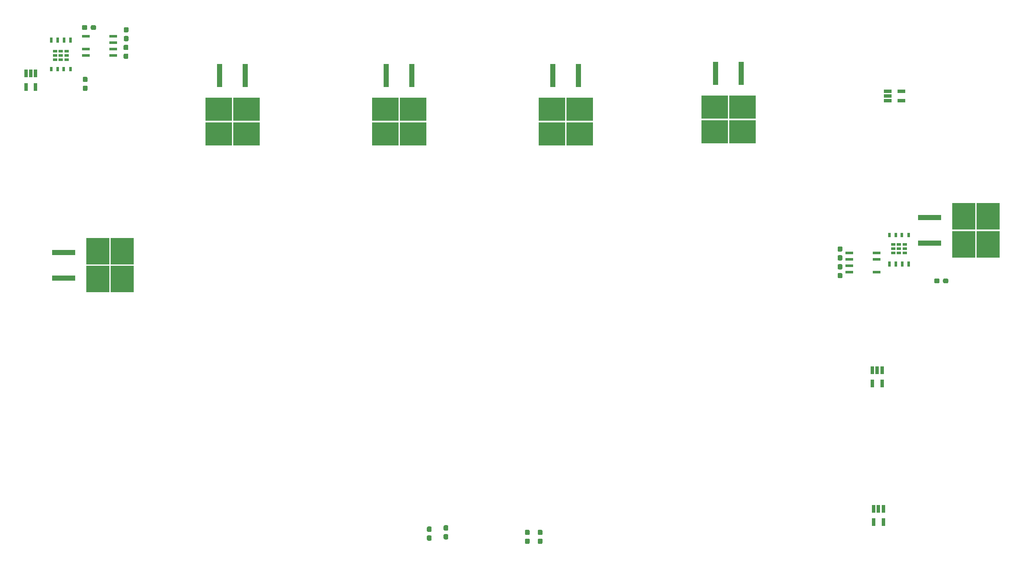
<source format=gbr>
%TF.GenerationSoftware,KiCad,Pcbnew,(5.1.8)-1*%
%TF.CreationDate,2020-11-29T21:51:29-06:00*%
%TF.ProjectId,PackVoltage_2021_Rev1,5061636b-566f-46c7-9461-67655f323032,rev?*%
%TF.SameCoordinates,Original*%
%TF.FileFunction,Paste,Bot*%
%TF.FilePolarity,Positive*%
%FSLAX46Y46*%
G04 Gerber Fmt 4.6, Leading zero omitted, Abs format (unit mm)*
G04 Created by KiCad (PCBNEW (5.1.8)-1) date 2020-11-29 21:51:29*
%MOMM*%
%LPD*%
G01*
G04 APERTURE LIST*
%ADD10R,0.650000X1.560000*%
%ADD11R,4.550000X5.250000*%
%ADD12R,4.600000X1.100000*%
%ADD13R,0.900000X0.600000*%
%ADD14R,0.600000X0.900000*%
%ADD15R,0.600000X1.050000*%
%ADD16R,5.250000X4.550000*%
%ADD17R,1.100000X4.600000*%
%ADD18R,1.550000X0.600000*%
%ADD19R,1.560000X0.650000*%
G04 APERTURE END LIST*
%TO.C,C20*%
G36*
G01*
X147082500Y-136748000D02*
X147557500Y-136748000D01*
G75*
G02*
X147795000Y-136985500I0J-237500D01*
G01*
X147795000Y-137560500D01*
G75*
G02*
X147557500Y-137798000I-237500J0D01*
G01*
X147082500Y-137798000D01*
G75*
G02*
X146845000Y-137560500I0J237500D01*
G01*
X146845000Y-136985500D01*
G75*
G02*
X147082500Y-136748000I237500J0D01*
G01*
G37*
G36*
G01*
X147082500Y-134998000D02*
X147557500Y-134998000D01*
G75*
G02*
X147795000Y-135235500I0J-237500D01*
G01*
X147795000Y-135810500D01*
G75*
G02*
X147557500Y-136048000I-237500J0D01*
G01*
X147082500Y-136048000D01*
G75*
G02*
X146845000Y-135810500I0J237500D01*
G01*
X146845000Y-135235500D01*
G75*
G02*
X147082500Y-134998000I237500J0D01*
G01*
G37*
%TD*%
%TO.C,C19*%
G36*
G01*
X127651500Y-136113000D02*
X128126500Y-136113000D01*
G75*
G02*
X128364000Y-136350500I0J-237500D01*
G01*
X128364000Y-136925500D01*
G75*
G02*
X128126500Y-137163000I-237500J0D01*
G01*
X127651500Y-137163000D01*
G75*
G02*
X127414000Y-136925500I0J237500D01*
G01*
X127414000Y-136350500D01*
G75*
G02*
X127651500Y-136113000I237500J0D01*
G01*
G37*
G36*
G01*
X127651500Y-134363000D02*
X128126500Y-134363000D01*
G75*
G02*
X128364000Y-134600500I0J-237500D01*
G01*
X128364000Y-135175500D01*
G75*
G02*
X128126500Y-135413000I-237500J0D01*
G01*
X127651500Y-135413000D01*
G75*
G02*
X127414000Y-135175500I0J237500D01*
G01*
X127414000Y-134600500D01*
G75*
G02*
X127651500Y-134363000I237500J0D01*
G01*
G37*
%TD*%
D10*
%TO.C,U23*%
X215712000Y-103298000D03*
X216662000Y-103298000D03*
X217612000Y-103298000D03*
X217612000Y-105998000D03*
X215712000Y-105998000D03*
%TD*%
%TO.C,U19*%
X47970400Y-47120800D03*
X49870400Y-47120800D03*
X49870400Y-44420800D03*
X48920400Y-44420800D03*
X47970400Y-44420800D03*
%TD*%
%TO.C,U18*%
X215966000Y-130810000D03*
X216916000Y-130810000D03*
X217866000Y-130810000D03*
X217866000Y-133510000D03*
X215966000Y-133510000D03*
%TD*%
D11*
%TO.C,R22*%
X62179200Y-79705200D03*
X67029200Y-85255200D03*
X62179200Y-85255200D03*
X67029200Y-79705200D03*
D12*
X55454200Y-79940200D03*
X55454200Y-85020200D03*
%TD*%
D13*
%TO.C,Q8*%
X54864000Y-40847200D03*
D14*
X55464000Y-43547200D03*
D15*
X56774000Y-37827200D03*
X55504000Y-37827200D03*
X52954000Y-37827200D03*
X54224000Y-37827200D03*
D14*
X54264000Y-43547200D03*
X56744000Y-43547200D03*
X52984000Y-43547200D03*
D13*
X54864000Y-39997200D03*
X54864000Y-41697200D03*
X56014000Y-41697200D03*
X56014000Y-39997200D03*
X56014000Y-40847200D03*
X53714000Y-41697200D03*
X53714000Y-39997200D03*
X53714000Y-40847200D03*
%TD*%
D16*
%TO.C,R12*%
X189973000Y-51115000D03*
X184423000Y-55965000D03*
X184423000Y-51115000D03*
X189973000Y-55965000D03*
D17*
X189738000Y-44390000D03*
X184658000Y-44390000D03*
%TD*%
%TO.C,C23*%
G36*
G01*
X68055500Y-36276800D02*
X67580500Y-36276800D01*
G75*
G02*
X67343000Y-36039300I0J237500D01*
G01*
X67343000Y-35464300D01*
G75*
G02*
X67580500Y-35226800I237500J0D01*
G01*
X68055500Y-35226800D01*
G75*
G02*
X68293000Y-35464300I0J-237500D01*
G01*
X68293000Y-36039300D01*
G75*
G02*
X68055500Y-36276800I-237500J0D01*
G01*
G37*
G36*
G01*
X68055500Y-38026800D02*
X67580500Y-38026800D01*
G75*
G02*
X67343000Y-37789300I0J237500D01*
G01*
X67343000Y-37214300D01*
G75*
G02*
X67580500Y-36976800I237500J0D01*
G01*
X68055500Y-36976800D01*
G75*
G02*
X68293000Y-37214300I0J-237500D01*
G01*
X68293000Y-37789300D01*
G75*
G02*
X68055500Y-38026800I-237500J0D01*
G01*
G37*
%TD*%
%TO.C,C26*%
G36*
G01*
X60802000Y-35543500D02*
X60802000Y-35068500D01*
G75*
G02*
X61039500Y-34831000I237500J0D01*
G01*
X61614500Y-34831000D01*
G75*
G02*
X61852000Y-35068500I0J-237500D01*
G01*
X61852000Y-35543500D01*
G75*
G02*
X61614500Y-35781000I-237500J0D01*
G01*
X61039500Y-35781000D01*
G75*
G02*
X60802000Y-35543500I0J237500D01*
G01*
G37*
G36*
G01*
X59052000Y-35543500D02*
X59052000Y-35068500D01*
G75*
G02*
X59289500Y-34831000I237500J0D01*
G01*
X59864500Y-34831000D01*
G75*
G02*
X60102000Y-35068500I0J-237500D01*
G01*
X60102000Y-35543500D01*
G75*
G02*
X59864500Y-35781000I-237500J0D01*
G01*
X59289500Y-35781000D01*
G75*
G02*
X59052000Y-35543500I0J237500D01*
G01*
G37*
%TD*%
%TO.C,R17*%
G36*
G01*
X150097500Y-136048000D02*
X149622500Y-136048000D01*
G75*
G02*
X149385000Y-135810500I0J237500D01*
G01*
X149385000Y-135235500D01*
G75*
G02*
X149622500Y-134998000I237500J0D01*
G01*
X150097500Y-134998000D01*
G75*
G02*
X150335000Y-135235500I0J-237500D01*
G01*
X150335000Y-135810500D01*
G75*
G02*
X150097500Y-136048000I-237500J0D01*
G01*
G37*
G36*
G01*
X150097500Y-137798000D02*
X149622500Y-137798000D01*
G75*
G02*
X149385000Y-137560500I0J237500D01*
G01*
X149385000Y-136985500D01*
G75*
G02*
X149622500Y-136748000I237500J0D01*
G01*
X150097500Y-136748000D01*
G75*
G02*
X150335000Y-136985500I0J-237500D01*
G01*
X150335000Y-137560500D01*
G75*
G02*
X150097500Y-137798000I-237500J0D01*
G01*
G37*
%TD*%
%TO.C,R18*%
G36*
G01*
X131428500Y-135159000D02*
X130953500Y-135159000D01*
G75*
G02*
X130716000Y-134921500I0J237500D01*
G01*
X130716000Y-134346500D01*
G75*
G02*
X130953500Y-134109000I237500J0D01*
G01*
X131428500Y-134109000D01*
G75*
G02*
X131666000Y-134346500I0J-237500D01*
G01*
X131666000Y-134921500D01*
G75*
G02*
X131428500Y-135159000I-237500J0D01*
G01*
G37*
G36*
G01*
X131428500Y-136909000D02*
X130953500Y-136909000D01*
G75*
G02*
X130716000Y-136671500I0J237500D01*
G01*
X130716000Y-136096500D01*
G75*
G02*
X130953500Y-135859000I237500J0D01*
G01*
X131428500Y-135859000D01*
G75*
G02*
X131666000Y-136096500I0J-237500D01*
G01*
X131666000Y-136671500D01*
G75*
G02*
X131428500Y-136909000I-237500J0D01*
G01*
G37*
%TD*%
%TO.C,R21*%
G36*
G01*
X67529700Y-40482000D02*
X68004700Y-40482000D01*
G75*
G02*
X68242200Y-40719500I0J-237500D01*
G01*
X68242200Y-41294500D01*
G75*
G02*
X68004700Y-41532000I-237500J0D01*
G01*
X67529700Y-41532000D01*
G75*
G02*
X67292200Y-41294500I0J237500D01*
G01*
X67292200Y-40719500D01*
G75*
G02*
X67529700Y-40482000I237500J0D01*
G01*
G37*
G36*
G01*
X67529700Y-38732000D02*
X68004700Y-38732000D01*
G75*
G02*
X68242200Y-38969500I0J-237500D01*
G01*
X68242200Y-39544500D01*
G75*
G02*
X68004700Y-39782000I-237500J0D01*
G01*
X67529700Y-39782000D01*
G75*
G02*
X67292200Y-39544500I0J237500D01*
G01*
X67292200Y-38969500D01*
G75*
G02*
X67529700Y-38732000I237500J0D01*
G01*
G37*
%TD*%
%TO.C,R27*%
G36*
G01*
X59452500Y-46832000D02*
X59927500Y-46832000D01*
G75*
G02*
X60165000Y-47069500I0J-237500D01*
G01*
X60165000Y-47644500D01*
G75*
G02*
X59927500Y-47882000I-237500J0D01*
G01*
X59452500Y-47882000D01*
G75*
G02*
X59215000Y-47644500I0J237500D01*
G01*
X59215000Y-47069500D01*
G75*
G02*
X59452500Y-46832000I237500J0D01*
G01*
G37*
G36*
G01*
X59452500Y-45082000D02*
X59927500Y-45082000D01*
G75*
G02*
X60165000Y-45319500I0J-237500D01*
G01*
X60165000Y-45894500D01*
G75*
G02*
X59927500Y-46132000I-237500J0D01*
G01*
X59452500Y-46132000D01*
G75*
G02*
X59215000Y-45894500I0J237500D01*
G01*
X59215000Y-45319500D01*
G75*
G02*
X59452500Y-45082000I237500J0D01*
G01*
G37*
%TD*%
D18*
%TO.C,U16*%
X59834800Y-37007800D03*
X59834800Y-39547800D03*
X59834800Y-40817800D03*
X65234800Y-40817800D03*
X65234800Y-39547800D03*
X65234800Y-38277800D03*
X65234800Y-37007800D03*
%TD*%
D16*
%TO.C,R5*%
X157715000Y-51550000D03*
X152165000Y-56400000D03*
X152165000Y-51550000D03*
X157715000Y-56400000D03*
D17*
X157480000Y-44825000D03*
X152400000Y-44825000D03*
%TD*%
D16*
%TO.C,R4*%
X124695000Y-51550000D03*
X119145000Y-56400000D03*
X119145000Y-51550000D03*
X124695000Y-56400000D03*
D17*
X124460000Y-44825000D03*
X119380000Y-44825000D03*
%TD*%
D16*
%TO.C,R6*%
X91675000Y-51550000D03*
X86125000Y-56400000D03*
X86125000Y-51550000D03*
X91675000Y-56400000D03*
D17*
X91440000Y-44825000D03*
X86360000Y-44825000D03*
%TD*%
D19*
%TO.C,U10*%
X221441000Y-49845000D03*
X221441000Y-47945000D03*
X218741000Y-47945000D03*
X218741000Y-48895000D03*
X218741000Y-49845000D03*
%TD*%
%TO.C,C27*%
G36*
G01*
X209058500Y-84029000D02*
X209533500Y-84029000D01*
G75*
G02*
X209771000Y-84266500I0J-237500D01*
G01*
X209771000Y-84841500D01*
G75*
G02*
X209533500Y-85079000I-237500J0D01*
G01*
X209058500Y-85079000D01*
G75*
G02*
X208821000Y-84841500I0J237500D01*
G01*
X208821000Y-84266500D01*
G75*
G02*
X209058500Y-84029000I237500J0D01*
G01*
G37*
G36*
G01*
X209058500Y-82279000D02*
X209533500Y-82279000D01*
G75*
G02*
X209771000Y-82516500I0J-237500D01*
G01*
X209771000Y-83091500D01*
G75*
G02*
X209533500Y-83329000I-237500J0D01*
G01*
X209058500Y-83329000D01*
G75*
G02*
X208821000Y-83091500I0J237500D01*
G01*
X208821000Y-82516500D01*
G75*
G02*
X209058500Y-82279000I237500J0D01*
G01*
G37*
%TD*%
D13*
%TO.C,Q9*%
X220985000Y-79190000D03*
D14*
X220385000Y-76490000D03*
D15*
X219075000Y-82210000D03*
X220345000Y-82210000D03*
X222895000Y-82210000D03*
X221625000Y-82210000D03*
D14*
X221585000Y-76490000D03*
X219105000Y-76490000D03*
X222865000Y-76490000D03*
D13*
X220985000Y-80040000D03*
X220985000Y-78340000D03*
X219835000Y-78340000D03*
X219835000Y-80040000D03*
X219835000Y-79190000D03*
X222135000Y-78340000D03*
X222135000Y-80040000D03*
X222135000Y-79190000D03*
%TD*%
%TO.C,R28*%
G36*
G01*
X209533500Y-79801000D02*
X209058500Y-79801000D01*
G75*
G02*
X208821000Y-79563500I0J237500D01*
G01*
X208821000Y-78988500D01*
G75*
G02*
X209058500Y-78751000I237500J0D01*
G01*
X209533500Y-78751000D01*
G75*
G02*
X209771000Y-78988500I0J-237500D01*
G01*
X209771000Y-79563500D01*
G75*
G02*
X209533500Y-79801000I-237500J0D01*
G01*
G37*
G36*
G01*
X209533500Y-81551000D02*
X209058500Y-81551000D01*
G75*
G02*
X208821000Y-81313500I0J237500D01*
G01*
X208821000Y-80738500D01*
G75*
G02*
X209058500Y-80501000I237500J0D01*
G01*
X209533500Y-80501000D01*
G75*
G02*
X209771000Y-80738500I0J-237500D01*
G01*
X209771000Y-81313500D01*
G75*
G02*
X209533500Y-81551000I-237500J0D01*
G01*
G37*
%TD*%
D11*
%TO.C,R30*%
X233795000Y-72790000D03*
X238645000Y-78340000D03*
X233795000Y-78340000D03*
X238645000Y-72790000D03*
D12*
X227070000Y-73025000D03*
X227070000Y-78105000D03*
%TD*%
%TO.C,C29*%
G36*
G01*
X229712000Y-85835500D02*
X229712000Y-85360500D01*
G75*
G02*
X229949500Y-85123000I237500J0D01*
G01*
X230524500Y-85123000D01*
G75*
G02*
X230762000Y-85360500I0J-237500D01*
G01*
X230762000Y-85835500D01*
G75*
G02*
X230524500Y-86073000I-237500J0D01*
G01*
X229949500Y-86073000D01*
G75*
G02*
X229712000Y-85835500I0J237500D01*
G01*
G37*
G36*
G01*
X227962000Y-85835500D02*
X227962000Y-85360500D01*
G75*
G02*
X228199500Y-85123000I237500J0D01*
G01*
X228774500Y-85123000D01*
G75*
G02*
X229012000Y-85360500I0J-237500D01*
G01*
X229012000Y-85835500D01*
G75*
G02*
X228774500Y-86073000I-237500J0D01*
G01*
X228199500Y-86073000D01*
G75*
G02*
X227962000Y-85835500I0J237500D01*
G01*
G37*
%TD*%
D18*
%TO.C,U20*%
X216535000Y-83820000D03*
X216535000Y-81280000D03*
X216535000Y-80010000D03*
X211135000Y-80010000D03*
X211135000Y-81280000D03*
X211135000Y-82550000D03*
X211135000Y-83820000D03*
%TD*%
M02*

</source>
